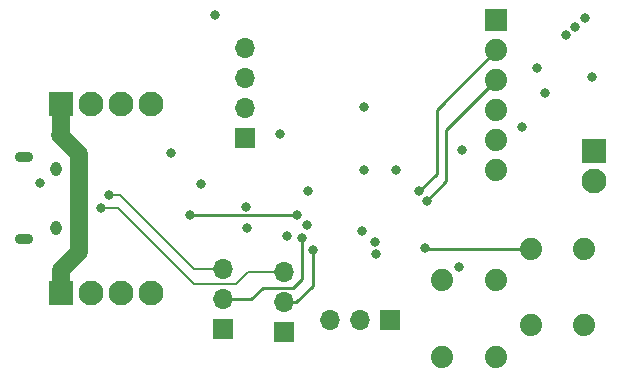
<source format=gbr>
%TF.GenerationSoftware,KiCad,Pcbnew,6.0.11-2627ca5db0~126~ubuntu22.04.1*%
%TF.CreationDate,2023-02-28T18:25:52-05:00*%
%TF.ProjectId,canbus-thermocouple,63616e62-7573-42d7-9468-65726d6f636f,1.0*%
%TF.SameCoordinates,Original*%
%TF.FileFunction,Copper,L2,Inr*%
%TF.FilePolarity,Positive*%
%FSLAX46Y46*%
G04 Gerber Fmt 4.6, Leading zero omitted, Abs format (unit mm)*
G04 Created by KiCad (PCBNEW 6.0.11-2627ca5db0~126~ubuntu22.04.1) date 2023-02-28 18:25:52*
%MOMM*%
%LPD*%
G01*
G04 APERTURE LIST*
%TA.AperFunction,ComponentPad*%
%ADD10R,1.700000X1.700000*%
%TD*%
%TA.AperFunction,ComponentPad*%
%ADD11O,1.700000X1.700000*%
%TD*%
%TA.AperFunction,ComponentPad*%
%ADD12R,2.100000X2.100000*%
%TD*%
%TA.AperFunction,ComponentPad*%
%ADD13C,2.100000*%
%TD*%
%TA.AperFunction,ComponentPad*%
%ADD14C,1.879600*%
%TD*%
%TA.AperFunction,ComponentPad*%
%ADD15R,1.879600X1.879600*%
%TD*%
%TA.AperFunction,ComponentPad*%
%ADD16O,0.950000X1.250000*%
%TD*%
%TA.AperFunction,ComponentPad*%
%ADD17O,1.550000X0.890000*%
%TD*%
%TA.AperFunction,ViaPad*%
%ADD18C,0.800000*%
%TD*%
%TA.AperFunction,Conductor*%
%ADD19C,1.500000*%
%TD*%
%TA.AperFunction,Conductor*%
%ADD20C,0.250000*%
%TD*%
%TA.AperFunction,Conductor*%
%ADD21C,0.200000*%
%TD*%
G04 APERTURE END LIST*
D10*
%TO.N,+5V*%
%TO.C,U3*%
X75197300Y-80977600D03*
D11*
%TO.N,GND*%
X75197300Y-78437600D03*
%TO.N,+12V*%
X75197300Y-75897600D03*
%TO.N,unconnected-(U3-Pad4)*%
X75197300Y-73357600D03*
%TD*%
D12*
%TO.N,VIN+*%
%TO.C,J4*%
X104750000Y-82100000D03*
D13*
%TO.N,VIN-*%
X104750000Y-84640000D03*
%TD*%
D10*
%TO.N,CAN_RX*%
%TO.C,JP1*%
X73400000Y-97140000D03*
D11*
%TO.N,Net-(JP1-Pad2)*%
X73400000Y-94600000D03*
%TO.N,USB_D-*%
X73400000Y-92060000D03*
%TD*%
D12*
%TO.N,+BATT*%
%TO.C,J6*%
X59625000Y-94100000D03*
D13*
%TO.N,CANH*%
X62165000Y-94100000D03*
%TO.N,CANL*%
X64705000Y-94100000D03*
%TO.N,GND*%
X67245000Y-94100000D03*
%TD*%
D10*
%TO.N,SWDIO*%
%TO.C,J2*%
X87490000Y-96350000D03*
D11*
%TO.N,GND*%
X84950000Y-96350000D03*
%TO.N,SWDCLK*%
X82410000Y-96350000D03*
%TD*%
D14*
%TO.N,+3V3*%
%TO.C,S1*%
X96435600Y-92998800D03*
%TO.N,unconnected-(S1-Pad2)*%
X96435600Y-99501200D03*
%TO.N,Net-(R1-Pad1)*%
X91914400Y-92998800D03*
%TO.N,unconnected-(S1-Pad4)*%
X91914400Y-99501200D03*
%TD*%
D15*
%TO.N,unconnected-(J3-Pad1)*%
%TO.C,J3*%
X96500000Y-70990000D03*
D14*
%TO.N,RXD2*%
X96500000Y-73530000D03*
%TO.N,TXD2*%
X96500000Y-76070000D03*
%TO.N,Net-(J3-Pad4)*%
X96500000Y-78610000D03*
%TO.N,unconnected-(J3-Pad5)*%
X96500000Y-81150000D03*
%TO.N,GND*%
X96500000Y-83690000D03*
%TD*%
D12*
%TO.N,+BATT*%
%TO.C,J5*%
X59660000Y-78075000D03*
D13*
%TO.N,CANH*%
X62200000Y-78075000D03*
%TO.N,CANL*%
X64740000Y-78075000D03*
%TO.N,GND*%
X67280000Y-78075000D03*
%TD*%
D14*
%TO.N,GND*%
%TO.C,S2*%
X103960600Y-90323800D03*
%TO.N,unconnected-(S2-Pad2)*%
X103960600Y-96826200D03*
%TO.N,~{RESET}*%
X99439400Y-90323800D03*
%TO.N,unconnected-(S2-Pad4)*%
X99439400Y-96826200D03*
%TD*%
D16*
%TO.N,GND*%
%TO.C,J1*%
X59210000Y-83550000D03*
D17*
X56510000Y-82550000D03*
X56510000Y-89550000D03*
D16*
X59210000Y-88550000D03*
%TD*%
D10*
%TO.N,CAN_TX*%
%TO.C,JP2*%
X78525000Y-97425000D03*
D11*
%TO.N,Net-(JP2-Pad2)*%
X78525000Y-94885000D03*
%TO.N,USB_D+*%
X78525000Y-92345000D03*
%TD*%
D18*
%TO.N,+3V3*%
X85300000Y-78300000D03*
%TO.N,SDA*%
X102443245Y-72256755D03*
%TO.N,SCL*%
X103150000Y-71550000D03*
%TO.N,SDA*%
X88050000Y-83650000D03*
%TO.N,SCL*%
X85325000Y-83675000D03*
%TO.N,SDA*%
X86300000Y-90750000D03*
%TO.N,SCL*%
X86275000Y-89750000D03*
%TO.N,VIN-*%
X100650000Y-77150000D03*
%TO.N,VIN+*%
X99950000Y-75050000D03*
%TO.N,+3V3*%
X98675000Y-80075000D03*
X103975000Y-70775000D03*
%TO.N,GND*%
X104575000Y-75775000D03*
X80450000Y-88350000D03*
X72725000Y-70575000D03*
X93350000Y-91850000D03*
X80600000Y-85425000D03*
X75300000Y-86775000D03*
%TO.N,+3V3*%
X78150000Y-80600000D03*
X85100000Y-88800000D03*
X93575000Y-81950000D03*
X78750000Y-89250000D03*
X68975000Y-82275000D03*
%TO.N,VBUS*%
X57884502Y-84775000D03*
%TO.N,USB_D-*%
X63750000Y-85825000D03*
%TO.N,USB_D+*%
X63050000Y-86875000D03*
%TO.N,CAN_RX*%
X71525000Y-84850000D03*
%TO.N,Net-(JP1-Pad2)*%
X80025000Y-89475000D03*
%TO.N,CAN_TX*%
X75400000Y-88550000D03*
%TO.N,Net-(JP2-Pad2)*%
X80950000Y-90450000D03*
%TO.N,CAN_STBY*%
X70550000Y-87450000D03*
X79650000Y-87500000D03*
%TO.N,TXD2*%
X90600000Y-86275000D03*
%TO.N,RXD2*%
X89990592Y-85482770D03*
%TO.N,~{RESET}*%
X90475000Y-90300000D03*
%TD*%
D19*
%TO.N,+BATT*%
X59660000Y-80615000D02*
X59660000Y-78075000D01*
X61175000Y-90600000D02*
X61175000Y-82300000D01*
X61175000Y-82300000D02*
X59575000Y-80700000D01*
X59625000Y-92150000D02*
X61175000Y-90600000D01*
X59625000Y-94100000D02*
X59625000Y-92150000D01*
D20*
X59575000Y-80700000D02*
X59660000Y-80615000D01*
D21*
%TO.N,USB_D-*%
X63750000Y-85825000D02*
X64675000Y-85825000D01*
X70925000Y-92075000D02*
X70940000Y-92060000D01*
X64675000Y-85825000D02*
X70925000Y-92075000D01*
X70940000Y-92060000D02*
X73400000Y-92060000D01*
%TO.N,USB_D+*%
X75505000Y-92345000D02*
X78525000Y-92345000D01*
X63050000Y-86875000D02*
X64450000Y-86875000D01*
X64450000Y-86875000D02*
X70925000Y-93350000D01*
X70925000Y-93350000D02*
X74500000Y-93350000D01*
X74500000Y-93350000D02*
X75505000Y-92345000D01*
D20*
%TO.N,Net-(JP1-Pad2)*%
X80025000Y-89475000D02*
X80025000Y-92875000D01*
X79275000Y-93625000D02*
X76750000Y-93625000D01*
X80025000Y-92875000D02*
X79275000Y-93625000D01*
X75775000Y-94600000D02*
X73400000Y-94600000D01*
X76750000Y-93625000D02*
X75775000Y-94600000D01*
%TO.N,Net-(JP2-Pad2)*%
X79540000Y-94885000D02*
X80950000Y-93475000D01*
X80950000Y-93475000D02*
X80950000Y-90450000D01*
X78525000Y-94885000D02*
X79540000Y-94885000D01*
%TO.N,CAN_STBY*%
X70600000Y-87500000D02*
X70550000Y-87450000D01*
X79650000Y-87500000D02*
X70600000Y-87500000D01*
%TO.N,TXD2*%
X92275000Y-80295000D02*
X96500000Y-76070000D01*
X92275000Y-84600000D02*
X92275000Y-80295000D01*
X90600000Y-86275000D02*
X92275000Y-84600000D01*
%TO.N,RXD2*%
X89990592Y-85482770D02*
X91475000Y-83998362D01*
X91475000Y-78555000D02*
X96500000Y-73530000D01*
X91475000Y-83998362D02*
X91475000Y-78555000D01*
%TO.N,~{RESET}*%
X90498800Y-90323800D02*
X99439400Y-90323800D01*
X90475000Y-90300000D02*
X90498800Y-90323800D01*
%TD*%
M02*

</source>
